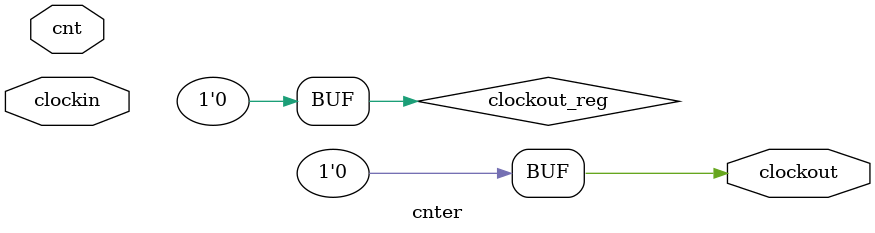
<source format=sv>
`timescale 1ns / 1ps


module cnter (
   input logic clockin, 
   input logic [5:0] cnt,   
   output logic clockout
   );  
   parameter DIVIDER = 5000; //*divider
    logic [19:0] count = 0;
    logic clockout_reg = 0; 
    logic [19:0] internal;    
    initial begin
        clockout = 0;  // Set the initial value of clockout
    end
    
    always_ff@(posedge clockin) 
    begin 
       internal = DIVIDER * cnt;
       if (count != internal) begin
            count = count + 1; 
       end else begin
            clockout_reg = ~clockout_reg; 
            count = 0;
       end
    end 
	assign clockout = clockout_reg;
endmodule


</source>
